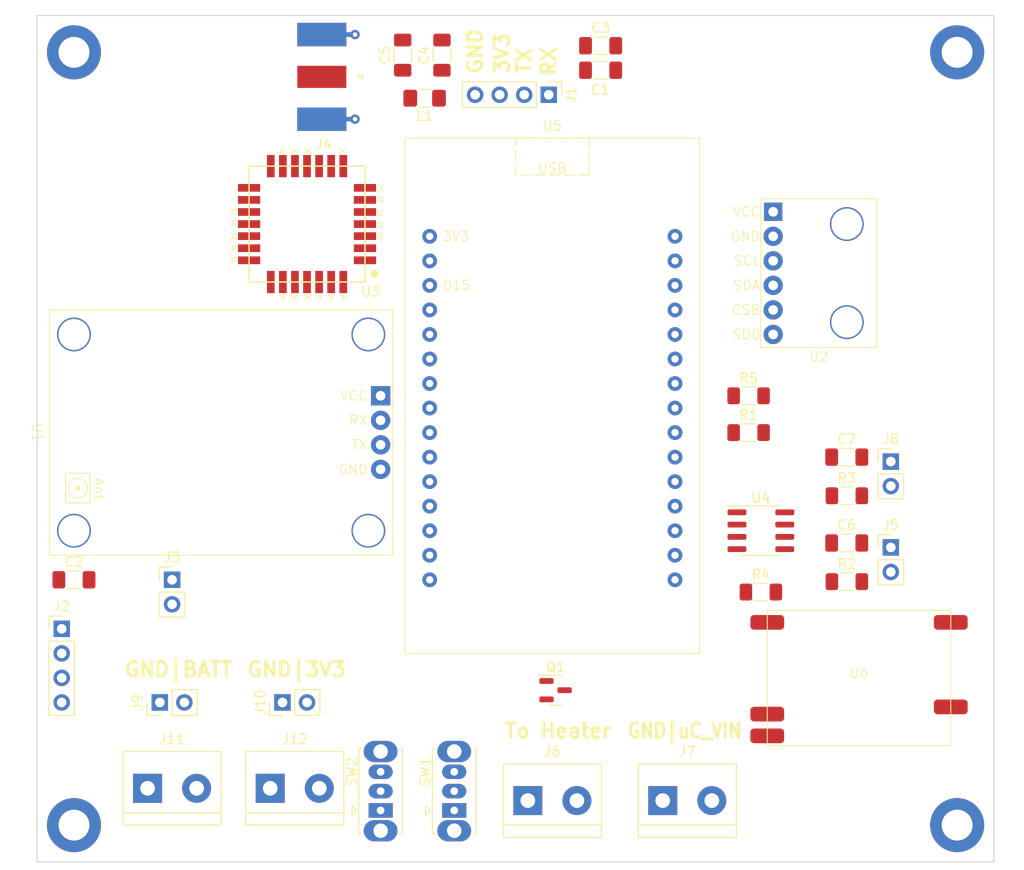
<source format=kicad_pcb>
(kicad_pcb (version 20221018) (generator pcbnew)
  (layers (0 "F.Cu" signal) (31 "B.Cu" signal) (34 "B.Paste" user) (35 "F.Paste" user) (36 "B.SilkS" user "B.Silkscreen") (37 "F.SilkS" user "F.Silkscreen") (38 "B.Mask" user) (39 "F.Mask" user) (44 "Edge.Cuts" user))
  (net 0 "")
  (net 1 "+3V3")
  (net 2 "GND")
  (net 3 "TEMP_SENSE_1")
  (net 4 "TEMP_SENSE_2")
  (net 5 "LORA_UART_MOSI")
  (net 6 "LORA_UART_MISO")
  (net 7 "DHT_DATA")
  (net 8 "MCU_VIN")
  (net 9 "+BATT")
  (net 10 "HEATER_EN")
  (net 11 "GPS_UART_MISO")
  (net 12 "GPS_UART_MOSI")
  (net 13 "TEMP_SENSE_ONBOARD")
  (net 14 "TEMP_V+")
  (net 15 "BATT_SENSE")
  (net 16 "RTF_SWITCH")
  (net 17 "Net-(U3-RFIO)")
  (net 18 "Net-(J4-In)")
  (net 20 "Net-(J6-Pin_1)")
  (net 21 "Net-(J11-Pin_2)")
  (net 41 "SDA")
  (net 48 "SCL")
  (footprint "Project-Supernova-Footprint-Lib:BMP280-Module" (layer "F.Cu") (at 166.37 72.39)
    (fp_text reference "U2" (at -0.35 8.66 unlocked) (layer "F.SilkS") (effects (font (thickness 0.1))))
    (fp_text value "BMP280-Module")
    (fp_text user "CSB" (at -6.35 3.81 unlocked) (layer "F.SilkS") (effects (font (thickness 0.1)) (justify right)))
    (fp_text user "SCL" (at -6.35 -1.27 unlocked) (layer "F.SilkS") (effects (font (thickness 0.1)) (justify right)))
    (fp_text user "SDA" (at -6.35 1.27 unlocked) (layer "F.SilkS") (effects (font (thickness 0.1)) (justify right)))
    (fp_text user "SD0" (at -6.35 6.35 unlocked) (layer "F.SilkS") (effects (font (thickness 0.1)) (justify right)))
    (fp_text user "VCC" (at -6.35 -6.35 unlocked) (layer "F.SilkS") (effects (font (thickness 0.1)) (justify right)))
    (fp_text user "GND" (at -6.35 -3.81 unlocked) (layer "F.SilkS") (effects (font (thickness 0.1)) (justify right)))
    (fp_rect (start -6.35 -7.7) (end 5.65 7.7) (stroke (width 0.1)) (fill none) (layer "F.SilkS"))
    (pad "" np_thru_hole circle (at 2.55 -5.08) (size 3.5 3.5) (drill 3.2) (layers "F&B.Cu" "*.Mask"))
    (pad "" np_thru_hole circle (at 2.55 5.08) (size 3.5 3.5) (drill 3.2) (layers "F&B.Cu" "*.Mask"))
    (pad "1" thru_hole rect (at -5.08 -6.35) (size 1.9 1.9) (drill 1) (layers "*.Cu" "*.Mask") (net 1 "+3V3"))
    (pad "2" thru_hole circle (at -5.08 -3.81) (size 2 2) (drill 1) (layers "*.Cu" "*.Mask") (net 2 "GND"))
    (pad "3" thru_hole circle (at -5.08 -1.27) (size 2 2) (drill 1) (layers "*.Cu" "*.Mask") (net 48 "SCL"))
    (pad "4" thru_hole circle (at -5.08 1.27) (size 2 2) (drill 1) (layers "*.Cu" "*.Mask") (net 41 "SDA"))
    (pad "5" thru_hole circle (at -5.08 3.81) (size 2 2) (drill 1) (layers "*.Cu" "*.Mask"))
    (pad "6" thru_hole circle (at -5.08 6.35) (size 2 2) (drill 1) (layers "*.Cu" "*.Mask"))
  )
  (footprint "Resistor_SMD:R_1206_3216Metric_Pad1.30x1.75mm_HandSolder" (layer "F.Cu") (at 168.9225 104.33)
    (fp_text reference "R2" (at 0 -1.82) (layer "F.SilkS"))
    (fp_text value "4.7k")
    (fp_line (start -0.727064 -0.91) (end 0.727064 -0.91) (stroke (width 0.12)) (layer "F.SilkS"))
    (fp_line (start -0.727064 0.91) (end 0.727064 0.91) (stroke (width 0.12)) (layer "F.SilkS"))
    (pad "1" smd roundrect (at -1.55 0) (size 1.3 1.75) (layers "F.Cu" "F.Paste" "F.Mask") (roundrect_rratio 0.192308) (net 14 "TEMP_V+"))
    (pad "2" smd roundrect (at 1.55 0) (size 1.3 1.75) (layers "F.Cu" "F.Paste" "F.Mask") (roundrect_rratio 0.192308) (net 3 "TEMP_SENSE_1"))
  )
  (footprint "Connector_PinHeader_2.54mm:PinHeader_1x02_P2.54mm_Vertical" (layer "F.Cu") (at 173.4725 91.9)
    (fp_text reference "J8" (at 0 -2.33) (layer "F.SilkS"))
    (fp_text value "100k_Thermistor")
    (fp_line (start -1.33 -1.33) (end 0 -1.33) (stroke (width 0.12)) (layer "F.SilkS"))
    (fp_line (start -1.33 0) (end -1.33 -1.33) (stroke (width 0.12)) (layer "F.SilkS"))
    (fp_line (start -1.33 1.27) (end -1.33 3.87) (stroke (width 0.12)) (layer "F.SilkS"))
    (fp_line (start -1.33 1.27) (end 1.33 1.27) (stroke (width 0.12)) (layer "F.SilkS"))
    (fp_line (start -1.33 3.87) (end 1.33 3.87) (stroke (width 0.12)) (layer "F.SilkS"))
    (fp_line (start 1.33 1.27) (end 1.33 3.87) (stroke (width 0.12)) (layer "F.SilkS"))
    (pad "1" thru_hole rect (at 0 0) (size 1.7 1.7) (drill 1) (layers "*.Cu" "*.Mask") (net 2 "GND"))
    (pad "2" thru_hole oval (at 0 2.54) (size 1.7 1.7) (drill 1) (layers "*.Cu" "*.Mask") (net 4 "TEMP_SENSE_2"))
  )
  (footprint "Package_TO_SOT_SMD:SOT-23" (layer "F.Cu") (at 138.7625 115.57)
    (fp_text reference "Q1" (at 0 -2.4) (layer "F.SilkS"))
    (fp_text value "AO3420")
    (fp_line (start 0 -1.56) (end -1.675 -1.56) (stroke (width 0.12)) (layer "F.SilkS"))
    (fp_line (start 0 -1.56) (end 0.65 -1.56) (stroke (width 0.12)) (layer "F.SilkS"))
    (fp_line (start 0 1.56) (end -0.65 1.56) (stroke (width 0.12)) (layer "F.SilkS"))
    (fp_line (start 0 1.56) (end 0.65 1.56) (stroke (width 0.12)) (layer "F.SilkS"))
    (pad "1" smd roundrect (at -0.9375 -0.95) (size 1.475 0.6) (layers "F.Cu" "F.Paste" "F.Mask") (net 10 "HEATER_EN"))
    (pad "2" smd roundrect (at -0.9375 0.95) (size 1.475 0.6) (layers "F.Cu" "F.Paste" "F.Mask") (net 2 "GND"))
    (pad "3" smd roundrect (at 0.9375 0) (size 1.475 0.6) (layers "F.Cu" "F.Paste" "F.Mask") (net 20 "Net-(J6-Pin_1)"))
  )
  (footprint "Button_Switch_THT:SW_Slide_1P2T_CK_OS102011MS2Q" (layer "F.Cu") (at 120.65 128.02 90)
    (fp_text reference "SW2" (at 3.99 -2.99 90) (layer "F.SilkS"))
    (fp_text value "SW_SPDT")
    (fp_line (start -2.41 -2.26) (end 6.41 -2.26) (stroke (width 0.12)) (layer "F.SilkS"))
    (fp_line (start -2.41 -1.95) (end -2.41 -2.26) (stroke (width 0.12)) (layer "F.SilkS"))
    (fp_line (start -2.41 2.26) (end -2.41 1.95) (stroke (width 0.12)) (layer "F.SilkS"))
    (fp_line (start -0.5 -2.96) (end 0 -2.46) (stroke (width 0.12)) (layer "F.SilkS"))
    (fp_line (start 0 -2.46) (end 0.5 -2.96) (stroke (width 0.12)) (layer "F.SilkS"))
    (fp_line (start 0.5 -2.96) (end -0.5 -2.96) (stroke (width 0.12)) (layer "F.SilkS"))
    (fp_line (start 6.41 -2.26) (end 6.41 -1.95) (stroke (width 0.12)) (layer "F.SilkS"))
    (fp_line (start 6.41 2.26) (end -2.41 2.26) (stroke (width 0.12)) (layer "F.SilkS"))
    (fp_line (start 6.41 2.26) (end 6.41 1.95) (stroke (width 0.12)) (layer "F.SilkS"))
    (pad "" thru_hole oval (at -2.1 0 90) (size 2.2 3.5) (drill 1.5) (layers "*.Cu" "*.Mask"))
    (pad "" thru_hole oval (at 6.1 0 90) (size 2.2 3.5) (drill 1.5) (layers "*.Cu" "*.Mask"))
    (pad "1" thru_hole rect (at 0 0 90) (size 1.5 2.5) (drill 0.8) (layers "*.Cu" "*.Mask"))
    (pad "2" thru_hole oval (at 2 0 90) (size 1.5 2.5) (drill 0.8) (layers "*.Cu" "*.Mask") (net 21 "Net-(J11-Pin_2)"))
    (pad "3" thru_hole oval (at 4 0 90) (size 1.5 2.5) (drill 0.8) (layers "*.Cu" "*.Mask") (net 9 "+BATT"))
  )
  (footprint "Resistor_SMD:R_1206_3216Metric_Pad1.30x1.75mm_HandSolder" (layer "F.Cu") (at 168.9225 95.44)
    (fp_text reference "R3" (at 0 -1.82) (layer "F.SilkS"))
    (fp_text value "4.7k")
    (fp_line (start -0.727064 -0.91) (end 0.727064 -0.91) (stroke (width 0.12)) (layer "F.SilkS"))
    (fp_line (start -0.727064 0.91) (end 0.727064 0.91) (stroke (width 0.12)) (layer "F.SilkS"))
    (pad "1" smd roundrect (at -1.55 0) (size 1.3 1.75) (layers "F.Cu" "F.Paste" "F.Mask") (roundrect_rratio 0.192308) (net 14 "TEMP_V+"))
    (pad "2" smd roundrect (at 1.55 0) (size 1.3 1.75) (layers "F.Cu" "F.Paste" "F.Mask") (roundrect_rratio 0.192308) (net 4 "TEMP_SENSE_2"))
  )
  (footprint "Inductor_SMD:L_1206_3216Metric_Pad1.42x1.75mm_HandSolder" (layer "F.Cu") (at 125.206 54.282 180)
    (fp_text reference "L1" (at 0 -1.82) (layer "F.SilkS"))
    (fp_text value "0")
    (fp_line (start -0.602064 -0.91) (end 0.602064 -0.91) (stroke (width 0.12)) (layer "F.SilkS"))
    (fp_line (start -0.602064 0.91) (end 0.602064 0.91) (stroke (width 0.12)) (layer "F.SilkS"))
    (pad "1" smd roundrect (at -1.4875 0 180) (size 1.425 1.75) (layers "F.Cu" "F.Paste" "F.Mask") (roundrect_rratio 0.175439) (net 17 "Net-(U3-RFIO)"))
    (pad "2" smd roundrect (at 1.4875 0 180) (size 1.425 1.75) (layers "F.Cu" "F.Paste" "F.Mask") (roundrect_rratio 0.175439) (net 18 "Net-(J4-In)"))
  )
  (footprint "Connector_PinHeader_2.54mm:PinHeader_1x02_P2.54mm_Vertical" (layer "F.Cu") (at 173.4725 100.79)
    (fp_text reference "J5" (at 0 -2.33) (layer "F.SilkS"))
    (fp_text value "100k_Thermistor")
    (fp_line (start -1.33 -1.33) (end 0 -1.33) (stroke (width 0.12)) (layer "F.SilkS"))
    (fp_line (start -1.33 0) (end -1.33 -1.33) (stroke (width 0.12)) (layer "F.SilkS"))
    (fp_line (start -1.33 1.27) (end -1.33 3.87) (stroke (width 0.12)) (layer "F.SilkS"))
    (fp_line (start -1.33 1.27) (end 1.33 1.27) (stroke (width 0.12)) (layer "F.SilkS"))
    (fp_line (start -1.33 3.87) (end 1.33 3.87) (stroke (width 0.12)) (layer "F.SilkS"))
    (fp_line (start 1.33 1.27) (end 1.33 3.87) (stroke (width 0.12)) (layer "F.SilkS"))
    (pad "1" thru_hole rect (at 0 0) (size 1.7 1.7) (drill 1) (layers "*.Cu" "*.Mask") (net 2 "GND"))
    (pad "2" thru_hole oval (at 0 2.54) (size 1.7 1.7) (drill 1) (layers "*.Cu" "*.Mask") (net 3 "TEMP_SENSE_1"))
  )
  (footprint "Resistor_SMD:R_1206_3216Metric_Pad1.30x1.75mm_HandSolder" (layer "F.Cu") (at 160.02 105.41)
    (fp_text reference "R4" (at 0 -1.82) (layer "F.SilkS"))
    (fp_text value "10k")
    (fp_line (start -0.727064 -0.91) (end 0.727064 -0.91) (stroke (width 0.12)) (layer "F.SilkS"))
    (fp_line (start -0.727064 0.91) (end 0.727064 0.91) (stroke (width 0.12)) (layer "F.SilkS"))
    (pad "1" smd roundrect (at -1.55 0) (size 1.3 1.75) (layers "F.Cu" "F.Paste" "F.Mask") (roundrect_rratio 0.192308) (net 9 "+BATT"))
    (pad "2" smd roundrect (at 1.55 0) (size 1.3 1.75) (layers "F.Cu" "F.Paste" "F.Mask") (roundrect_rratio 0.192308) (net 15 "BATT_SENSE"))
  )
  (footprint "TerminalBlock:TerminalBlock_bornier-2_P5.08mm" (layer "F.Cu") (at 149.86 127)
    (fp_text reference "J7" (at 2.54 -5.08) (layer "F.SilkS"))
    (fp_text value "Screw_Terminal_01x02")
    (fp_line (start -2.54 -3.81) (end -2.54 3.81) (stroke (width 0.12)) (layer "F.SilkS"))
    (fp_line (start -2.54 3.81) (end 7.62 3.81) (stroke (width 0.12)) (layer "F.SilkS"))
    (fp_line (start 7.62 -3.81) (end -2.54 -3.81) (stroke (width 0.12)) (layer "F.SilkS"))
    (fp_line (start 7.62 2.54) (end -2.54 2.54) (stroke (width 0.12)) (layer "F.SilkS"))
    (fp_line (start 7.62 3.81) (end 7.62 -3.81) (stroke (width 0.12)) (layer "F.SilkS"))
    (pad "1" thru_hole rect (at 0 0) (size 3 3) (drill 1.52) (layers "*.Cu" "*.Mask") (net 2 "GND"))
    (pad "2" thru_hole circle (at 5.08 0) (size 3 3) (drill 1.52) (layers "*.Cu" "*.Mask") (net 8 "MCU_VIN"))
  )
  (footprint "Capacitor_SMD:C_1206_3216Metric_Pad1.33x1.80mm_HandSolder" (layer "F.Cu") (at 143.4265 48.845)
    (fp_text reference "C3" (at 0 -1.85) (layer "F.SilkS"))
    (fp_text value "4.7u")
    (fp_line (start -0.711252 -0.91) (end 0.711252 -0.91) (stroke (width 0.12)) (layer "F.SilkS"))
    (fp_line (start -0.711252 0.91) (end 0.711252 0.91) (stroke (width 0.12)) (layer "F.SilkS"))
    (pad "1" smd roundrect (at -1.5625 0) (size 1.325 1.8) (layers "F.Cu" "F.Paste" "F.Mask") (roundrect_rratio 0.188679) (net 1 "+3V3"))
    (pad "2" smd roundrect (at 1.5625 0) (size 1.325 1.8) (layers "F.Cu" "F.Paste" "F.Mask") (roundrect_rratio 0.188679) (net 2 "GND"))
  )
  (footprint "Capacitor_SMD:C_1206_3216Metric_Pad1.33x1.80mm_HandSolder" (layer "F.Cu") (at 168.91 91.44)
    (fp_text reference "C7" (at 0 -1.85) (layer "F.SilkS"))
    (fp_text value "10u")
    (fp_line (start -0.711252 -0.91) (end 0.711252 -0.91) (stroke (width 0.12)) (layer "F.SilkS"))
    (fp_line (start -0.711252 0.91) (end 0.711252 0.91) (stroke (width 0.12)) (layer "F.SilkS"))
    (pad "1" smd roundrect (at -1.5625 0) (size 1.325 1.8) (layers "F.Cu" "F.Paste" "F.Mask") (roundrect_rratio 0.188679) (net 4 "TEMP_SENSE_2"))
    (pad "2" smd roundrect (at 1.5625 0) (size 1.325 1.8) (layers "F.Cu" "F.Paste" "F.Mask") (roundrect_rratio 0.188679) (net 2 "GND"))
  )
  (footprint "Capacitor_SMD:C_1206_3216Metric_Pad1.33x1.80mm_HandSolder" (layer "F.Cu") (at 143.4265 51.385)
    (fp_text reference "C1" (at -0.0385 2.032) (layer "F.SilkS"))
    (fp_text value "100u")
    (fp_line (start -0.711252 -0.91) (end 0.711252 -0.91) (stroke (width 0.12)) (layer "F.SilkS"))
    (fp_line (start -0.711252 0.91) (end 0.711252 0.91) (stroke (width 0.12)) (layer "F.SilkS"))
    (pad "1" smd roundrect (at -1.5625 0) (size 1.325 1.8) (layers "F.Cu" "F.Paste" "F.Mask") (roundrect_rratio 0.188679) (net 1 "+3V3"))
    (pad "2" smd roundrect (at 1.5625 0) (size 1.325 1.8) (layers "F.Cu" "F.Paste" "F.Mask") (roundrect_rratio 0.188679) (net 2 "GND"))
  )
  (footprint "Connector_PinHeader_2.54mm:PinHeader_1x02_P2.54mm_Vertical" (layer "F.Cu") (at 99.06 104.14)
    (fp_text reference "J3" (at 0 -2.33) (layer "F.SilkS"))
    (fp_text value "Conn_01x02")
    (fp_line (start -1.33 -1.33) (end 0 -1.33) (stroke (width 0.12)) (layer "F.SilkS"))
    (fp_line (start -1.33 0) (end -1.33 -1.33) (stroke (width 0.12)) (layer "F.SilkS"))
    (fp_line (start -1.33 1.27) (end -1.33 3.87) (stroke (width 0.12)) (layer "F.SilkS"))
    (fp_line (start -1.33 1.27) (end 1.33 1.27) (stroke (width 0.12)) (layer "F.SilkS"))
    (fp_line (start -1.33 3.87) (end 1.33 3.87) (stroke (width 0.12)) (layer "F.SilkS"))
    (fp_line (start 1.33 1.27) (end 1.33 3.87) (stroke (width 0.12)) (layer "F.SilkS"))
    (pad "1" thru_hole rect (at 0 0) (size 1.7 1.7) (drill 1) (layers "*.Cu" "*.Mask") (net 11 "GPS_UART_MISO"))
    (pad "2" thru_hole oval (at 0 2.54) (size 1.7 1.7) (drill 1) (layers "*.Cu" "*.Mask") (net 12 "GPS_UART_MOSI"))
  )
  (footprint "MountingHole:MountingHole_3.2mm_M3_DIN965_Pad" (layer "F.Cu") (at 88.9 129.54)
    (fp_text reference "H4" hide)
    (fp_text value "MountingHole_Pad")
    (pad "1" thru_hole circle (at 0 0) (size 5.6 5.6) (drill 3.2) (layers "*.Cu" "*.Mask") (net 2 "GND"))
  )
  (footprint "MountingHole:MountingHole_3.2mm_M3_DIN965_Pad" (layer "F.Cu") (at 180.34 129.54)
    (fp_text reference "H3" hide)
    (fp_text value "MountingHole_Pad")
    (pad "1" thru_hole circle (at 0 0) (size 5.6 5.6) (drill 3.2) (layers "*.Cu" "*.Mask") (net 2 "GND"))
  )
  (footprint "Connector_PinHeader_2.54mm:PinHeader_1x04_P2.54mm_Vertical" (layer "F.Cu") (at 138.054 53.925 -90)
    (fp_text reference "J1" (at 0 -2.33 90) (layer "F.SilkS"))
    (fp_text value "Conn_01x04")
    (fp_line (start -1.33 -1.33) (end 0 -1.33) (stroke (width 0.12)) (layer "F.SilkS"))
    (fp_line (start -1.33 0) (end -1.33 -1.33) (stroke (width 0.12)) (layer "F.SilkS"))
    (fp_line (start -1.33 1.27) (end -1.33 8.95) (stroke (width 0.12)) (layer "F.SilkS"))
    (fp_line (start -1.33 1.27) (end 1.33 1.27) (stroke (width 0.12)) (layer "F.SilkS"))
    (fp_line (start -1.33 8.95) (end 1.33 8.95) (stroke (width 0.12)) (layer "F.SilkS"))
    (fp_line (start 1.33 1.27) (end 1.33 8.95) (stroke (width 0.12)) (layer "F.SilkS"))
    (pad "1" thru_hole rect (at 0 0 270) (size 1.7 1.7) (drill 1) (layers "*.Cu" "*.Mask") (net 5 "LORA_UART_MOSI"))
    (pad "2" thru_hole oval (at 0 2.54 270) (size 1.7 1.7) (drill 1) (layers "*.Cu" "*.Mask") (net 6 "LORA_UART_MISO"))
    (pad "3" thru_hole oval (at 0 5.08 270) (size 1.7 1.7) (drill 1) (layers "*.Cu" "*.Mask") (net 1 "+3V3"))
    (pad "4" thru_hole oval (at 0 7.62 270) (size 1.7 1.7) (drill 1) (layers "*.Cu" "*.Mask") (net 2 "GND"))
  )
  (footprint "Button_Switch_THT:SW_Slide_1P2T_CK_OS102011MS2Q" (layer "F.Cu") (at 128.27 128.02 90)
    (fp_text reference "SW1" (at 3.99 -2.99 90) (layer "F.SilkS"))
    (fp_text value "SW_SPDT")
    (fp_line (start -2.41 -2.26) (end 6.41 -2.26) (stroke (width 0.12)) (layer "F.SilkS"))
    (fp_line (start -2.41 -1.95) (end -2.41 -2.26) (stroke (width 0.12)) (layer "F.SilkS"))
    (fp_line (start -2.41 2.26) (end -2.41 1.95) (stroke (width 0.12)) (layer "F.SilkS"))
    (fp_line (start -0.5 -2.96) (end 0 -2.46) (stroke (width 0.12)) (layer "F.SilkS"))
    (fp_line (start 0 -2.46) (end 0.5 -2.96) (stroke (width 0.12)) (layer "F.SilkS"))
    (fp_line (start 0.5 -2.96) (end -0.5 -2.96) (stroke (width 0.12)) (layer "F.SilkS"))
    (fp_line (start 6.41 -2.26) (end 6.41 -1.95) (stroke (width 0.12)) (layer "F.SilkS"))
    (fp_line (start 6.41 2.26) (end -2.41 2.26) (stroke (width 0.12)) (layer "F.SilkS"))
    (fp_line (start 6.41 2.26) (end 6.41 1.95) (stroke (width 0.12)) (layer "F.SilkS"))
    (pad "" thru_hole oval (at -2.1 0 90) (size 2.2 3.5) (drill 1.5) (layers "*.Cu" "*.Mask"))
    (pad "" thru_hole oval (at 6.1 0 90) (size 2.2 3.5) (drill 1.5) (layers "*.Cu" "*.Mask"))
    (pad "1" thru_hole rect (at 0 0 90) (size 1.5 2.5) (drill 0.8) (layers "*.Cu" "*.Mask") (net 2 "GND"))
    (pad "2" thru_hole oval (at 2 0 90) (size 1.5 2.5) (drill 0.8) (layers "*.Cu" "*.Mask") (net 16 "RTF_SWITCH"))
    (pad "3" thru_hole oval (at 4 0 90) (size 1.5 2.5) (drill 0.8) (layers "*.Cu" "*.Mask") (net 1 "+3V3"))
  )
  (footprint "Project-Supernova-Footprint-Lib:ESP32-Module-30Pin" (layer "F.Cu") (at 138.43 86.36)
    (fp_text reference "U5" (at 0 -29.21 unlocked) (layer "F.SilkS") (effects (font (thickness 0.1))))
    (fp_text value "ESP32-Module-30Pin")
    (fp_text user "USB" (at 0 -25.4 unlocked) (layer "F.SilkS") (effects (font (thickness 0.1)) (justify top)))
    (fp_text user "D15" (at -11.43 -12.7 unlocked) (layer "F.SilkS") (effects (font (thickness 0.1)) (justify left)))
    (fp_text user "3V3" (at -11.43 -17.78 unlocked) (layer "F.SilkS") (effects (font (thickness 0.1)) (justify left)))
    (fp_rect (start -3.81 -27.94) (end 3.81 -24.13) (stroke (width 0.1) (type dash)) (fill none) (layer "F.SilkS"))
    (fp_rect (start 15.24 25.4) (end -15.24 -27.94) (stroke (width 0.1)) (fill none) (layer "F.SilkS"))
    (pad "1" thru_hole circle (at -12.7 -17.78) (size 1.524 1.524) (drill 0.762) (layers "*.Cu" "*.Mask") (net 1 "+3V3"))
    (pad "2" thru_hole circle (at -12.7 -15.24) (size 1.524 1.524) (drill 0.762) (layers "*.Cu" "*.Mask") (net 2 "GND"))
    (pad "3" thru_hole circle (at -12.7 -12.7) (size 1.524 1.524) (drill 0.762) (layers "*.Cu" "*.Mask"))
    (pad "4" thru_hole circle (at -12.7 -10.16) (size 1.524 1.524) (drill 0.762) (layers "*.Cu" "*.Mask") (net 12 "GPS_UART_MOSI"))
    (pad "5" thru_hole circle (at -12.7 -7.62) (size 1.524 1.524) (drill 0.762) (layers "*.Cu" "*.Mask") (net 12 "GPS_UART_MOSI"))
    (pad "6" thru_hole circle (at -12.7 -5.08) (size 1.524 1.524) (drill 0.762) (layers "*.Cu" "*.Mask") (net 6 "LORA_UART_MISO"))
    (pad "7" thru_hole circle (at -12.7 -2.54) (size 1.524 1.524) (drill 0.762) (layers "*.Cu" "*.Mask") (net 5 "LORA_UART_MOSI"))
    (pad "8" thru_hole circle (at -12.7 0) (size 1.524 1.524) (drill 0.762) (layers "*.Cu" "*.Mask"))
    (pad "9" thru_hole circle (at -12.7 2.54) (size 1.524 1.524) (drill 0.762) (layers "*.Cu" "*.Mask") (net 16 "RTF_SWITCH"))
    (pad "10" thru_hole circle (at -12.7 5.08) (size 1.524 1.524) (drill 0.762) (layers "*.Cu" "*.Mask"))
    (pad "11" thru_hole circle (at -12.7 7.62) (size 1.524 1.524) (drill 0.762) (layers "*.Cu" "*.Mask") (net 41 "SDA"))
    (pad "12" thru_hole circle (at -12.7 10.16) (size 1.524 1.524) (drill 0.762) (layers "*.Cu" "*.Mask"))
    (pad "13" thru_hole circle (at -12.7 12.7) (size 1.524 1.524) (drill 0.762) (layers "*.Cu" "*.Mask"))
    (pad "14" thru_hole circle (at -12.7 15.24) (size 1.524 1.524) (drill 0.762) (layers "*.Cu" "*.Mask") (net 48 "SCL"))
    (pad "15" thru_hole circle (at -12.7 17.78) (size 1.524 1.524) (drill 0.762) (layers "*.Cu" "*.Mask"))
    (pad "16" thru_hole circle (at 12.7 17.78) (size 1.524 1.524) (drill 0.762) (layers "*.Cu" "*.Mask"))
    (pad "17" thru_hole circle (at 12.7 15.24) (size 1.524 1.524) (drill 0.762) (layers "*.Cu" "*.Mask"))
    (pad "18" thru_hole circle (at 12.7 12.7) (size 1.524 1.524) (drill 0.762) (layers "*.Cu" "*.Mask"))
    (pad "19" thru_hole circle (at 12.7 10.16) (size 1.524 1.524) (drill 0.762) (layers "*.Cu" "*.Mask") (net 13 "TEMP_SENSE_ONBOARD"))
    (pad "20" thru_hole circle (at 12.7 7.62) (size 1.524 1.524) (drill 0.762) (layers "*.Cu" "*.Mask") (net 14 "TEMP_V+"))
    (pad "21" thru_hole circle (at 12.7 5.08) (size 1.524 1.524) (drill 0.762) (layers "*.Cu" "*.Mask") (net 4 "TEMP_SENSE_2"))
    (pad "22" thru_hole circle (at 12.7 2.54) (size 1.524 1.524) (drill 0.762) (layers "*.Cu" "*.Mask") (net 3 "TEMP_SENSE_1"))
    (pad "23" thru_hole circle (at 12.7 0) (size 1.524 1.524) (drill 0.762) (layers "*.Cu" "*.Mask"))
    (pad "24" thru_hole circle (at 12.7 -2.54) (size 1.524 1.524) (drill 0.762) (layers "*.Cu" "*.Mask"))
    (pad "25" thru_hole circle (at 12.7 -5.08) (size 1.524 1.524) (drill 0.762) (layers "*.Cu" "*.Mask") (net 15 "BATT_SENSE"))
    (pad "26" thru_hole circle (at 12.7 -7.62) (size 1.524 1.524) (drill 0.762) (layers "*.Cu" "*.Mask") (net 10 "HEATER_EN"))
    (pad "27" thru_hole circle (at 12.7 -10.16) (size 1.524 1.524) (drill 0.762) (layers "*.Cu" "*.Mask") (net 7 "DHT_DATA"))
    (pad "28" thru_hole circle (at 12.7 -12.7) (size 1.524 1.524) (drill 0.762) (layers "*.Cu" "*.Mask"))
    (pad "29" thru_hole circle (at 12.7 -15.24) (size 1.524 1.524) (drill 0.762) (layers "*.Cu" "*.Mask") (net 2 "GND"))
    (pad "30" thru_hole circle (at 12.7 -17.78) (size 1.524 1.524) (drill 0.762) (layers "*.Cu" "*.Mask") (net 8 "MCU_VIN"))
  )
  (footprint "Resistor_SMD:R_1206_3216Metric_Pad1.30x1.75mm_HandSolder" (layer "F.Cu") (at 158.75 88.9)
    (fp_text reference "R1" (at 0 -1.82) (layer "F.SilkS"))
    (fp_text value "4.7k")
    (fp_line (start -0.727064 -0.91) (end 0.727064 -0.91) (stroke (width 0.12)) (layer "F.SilkS"))
    (fp_line (start -0.727064 0.91) (end 0.727064 0.91) (stroke (width 0.12)) (layer "F.SilkS"))
    (pad "1" smd roundrect (at -1.55 0) (size 1.3 1.75) (layers "F.Cu" "F.Paste" "F.Mask") (roundrect_rratio 0.192308) (net 1 "+3V3"))
    (pad "2" smd roundrect (at 1.55 0) (size 1.3 1.75) (layers "F.Cu" "F.Paste" "F.Mask") (roundrect_rratio 0.192308) (net 13 "TEMP_SENSE_ONBOARD"))
  )
  (footprint "Connector_Coaxial:SMA_Molex_73251-1153_EdgeMount_Horizontal" (layer "F.Cu") (at 116.28 52.07)
    (fp_text reference "J4" (at -1.5 7) (layer "F.SilkS"))
    (fp_text value "Conn_Coaxial")
    (fp_line (start 2 0) (end 2.5 -0.25) (stroke (width 0.12)) (layer "F.SilkS"))
    (fp_line (start 2.5 -0.25) (end 2.5 0.25) (stroke (width 0.12)) (layer "F.SilkS"))
    (fp_line (start 2.5 0.25) (end 2 0) (stroke (width 0.12)) (layer "F.SilkS"))
    (pad "1" smd rect (at -1.72 0) (size 5.08 2.29) (layers "F.Cu" "F.Paste" "F.Mask") (net 18 "Net-(J4-In)"))
    (pad "2" smd rect (at -1.72 -4.38) (size 5.08 2.42) (layers "F.Cu" "F.Paste" "F.Mask") (net 2 "GND"))
    (pad "2" smd rect (at -1.72 -4.38) (size 5.08 2.42) (layers "B.Cu" "B.Paste" "B.Mask") (net 2 "GND"))
    (pad "2" smd rect (at -1.72 4.38) (size 5.08 2.42) (layers "F.Cu" "F.Paste" "F.Mask") (net 2 "GND"))
    (pad "2" smd rect (at -1.72 4.38) (size 5.08 2.42) (layers "B.Cu" "B.Paste" "B.Mask") (net 2 "GND"))
    (pad "2" smd rect (at 1.27 -4.38) (size 0.95 0.46) (layers "F.Cu") (net 2 "GND"))
    (pad "2" smd rect (at 1.27 -4.38) (size 0.95 0.46) (layers "B.Cu") (net 2 "GND"))
    (pad "2" smd rect (at 1.27 4.38) (size 0.95 0.46) (layers "F.Cu") (net 2 "GND"))
    (pad "2" smd rect (at 1.27 4.38) (size 0.95 0.46) (layers "B.Cu") (net 2 "GND"))
    (pad "2" thru_hole circle (at 1.72 -4.38) (size 0.97 0.97) (drill 0.46) (layers "*.Cu") (net 2 "GND"))
    (pad "2" thru_hole circle (at 1.72 4.38) (size 0.97 0.97) (drill 0.46) (layers "*.Cu") (net 2 "GND"))
  )
  (footprint "Capacitor_SMD:C_1206_3216Metric_Pad1.33x1.80mm_HandSolder" (layer "F.Cu") (at 168.91 100.33)
    (fp_text reference "C6" (at 0 -1.85) (layer "F.SilkS"))
    (fp_text value "10u")
    (fp_line (start -0.711252 -0.91) (end 0.711252 -0.91) (stroke (width 0.12)) (layer "F.SilkS"))
    (fp_line (start -0.711252 0.91) (end 0.711252 0.91) (stroke (width 0.12)) (layer "F.SilkS"))
    (pad "1" smd roundrect (at -1.5625 0) (size 1.325 1.8) (layers "F.Cu" "F.Paste" "F.Mask") (roundrect_rratio 0.188679) (net 3 "TEMP_SENSE_1"))
    (pad "2" smd roundrect (at 1.5625 0) (size 1.325 1.8) (layers "F.Cu" "F.Paste" "F.Mask") (roundrect_rratio 0.188679) (net 2 "GND"))
  )
  (footprint "Project-Supernova-Footprint-Lib:GY-NEO6MV2-Module" (layer "F.Cu") (at 104.14 88.9 -90)
    (fp_text reference "U1" (at 0 19.05 -90 unlocked) (layer "F.SilkS") (effects (font (thickness 0.1))))
    (fp_text value "GY-NEO6MV2-Module")
    (fp_text user "Ant" (at 4.572 13.208 -90 unlocked) (layer "F.SilkS") (effects (font (thickness 0.1)) (justify left bottom)))
    (fp_text user "RX" (at -1.27 -15.24 unlocked) (layer "F.SilkS") (effects (font (thickness 0.1)) (justify right)))
    (fp_text user "GND" (at 3.81 -15.24 unlocked) (layer "F.SilkS") (effects (font (thickness 0.1)) (justify right)))
    (fp_text user "VCC" (at -3.81 -15.24 unlocked) (layer "F.SilkS") (effects (font (thickness 0.1)) (justify right)))
    (fp_text user "TX" (at 1.27 -15.24 unlocked) (layer "F.SilkS") (effects (font (thickness 0.1)) (justify right)))
    (fp_rect (start -12.7 -17.78) (end 12.7 17.78) (stroke (width 0.1)) (fill none) (layer "F.SilkS"))
    (fp_rect (start 4.21 13.57) (end 7.29 16.11) (stroke (width 0.1)) (fill none) (layer "F.SilkS"))
    (fp_circle (center 5.75 14.84) (end 5.95 14.84) (stroke (width 0.1)) (fill solid) (layer "F.SilkS"))
    (fp_circle (center 5.75 14.84) (end 6.75 14.84) (stroke (width 0.1)) (fill none) (layer "F.SilkS"))
    (pad "" np_thru_hole circle (at -10.16 -15.24 270) (size 3.5 3.5) (drill 3.2) (layers "F&B.Cu" "*.Mask"))
    (pad "" np_thru_hole circle (at -10.16 15.24 270) (size 3.5 3.5) (drill 3.2) (layers "F&B.Cu" "*.Mask"))
    (pad "" np_thru_hole circle (at 10.16 -15.24 270) (size 3.5 3.5) (drill 3.2) (layers "F&B.Cu" "*.Mask"))
    (pad "" np_thru_hole circle (at 10.16 15.24 270) (size 3.5 3.5) (drill 3.2) (layers "F&B.Cu" "*.Mask"))
    (pad "1" thru_hole rect (at -3.81 -16.51 270) (size 2 2) (drill 1) (layers "*.Cu" "*.Mask") (net 1 "+3V3"))
    (pad "2" thru_hole circle (at -1.27 -16.51 270) (size 2 2) (drill 1) (layers "*.Cu" "*.Mask") (net 12 "GPS_UART_MOSI"))
    (pad "3" thru_hole circle (at 1.27 -16.51 270) (size 2 2) (drill 1) (layers "*.Cu" "*.Mask") (net 11 "GPS_UART_MISO"))
    (pad "4" thru_hole circle (at 3.81 -16.51 270) (size 2 2) (drill 1) (layers "*.Cu" "*.Mask") (net 2 "GND"))
  )
  (footprint "MountingHole:MountingHole_3.2mm_M3_DIN965_Pad" (layer "F.Cu") (at 180.34 49.53)
    (fp_text reference "H1" hide)
    (fp_text value "MountingHole_Pad")
    (pad "1" thru_hole circle (at 0 0) (size 5.6 5.6) (drill 3.2) (layers "*.Cu" "*.Mask") (net 2 "GND"))
  )
  (footprint "Capacitor_SMD:C_1206_3216Metric_Pad1.33x1.80mm_HandSolder" (layer "F.Cu") (at 122.936 49.8225 90)
    (fp_text reference "C5" (at 0 -1.85 90) (layer "F.SilkS"))
    (fp_text value "NC")
    (fp_line (start -0.711252 -0.91) (end 0.711252 -0.91) (stroke (width 0.12)) (layer "F.SilkS"))
    (fp_line (start -0.711252 0.91) (end 0.711252 0.91) (stroke (width 0.12)) (layer "F.SilkS"))
    (pad "1" smd roundrect (at -1.5625 0 90) (size 1.325 1.8) (layers "F.Cu" "F.Paste" "F.Mask") (roundrect_rratio 0.188679) (net 18 "Net-(J4-In)"))
    (pad "2" smd roundrect (at 1.5625 0 90) (size 1.325 1.8) (layers "F.Cu" "F.Paste" "F.Mask") (roundrect_rratio 0.188679) (net 2 "GND"))
  )
  (footprint "Resistor_SMD:R_1206_3216Metric_Pad1.30x1.75mm_HandSolder" (layer "F.Cu") (at 158.75 85.09)
    (fp_text reference "R5" (at 0 -1.82) (layer "F.SilkS"))
    (fp_text value "4.7k")
    (fp_line (start -0.727064 -0.91) (end 0.727064 -0.91) (stroke (width 0.12)) (layer "F.SilkS"))
    (fp_line (start -0.727064 0.91) (end 0.727064 0.91) (stroke (width 0.12)) (layer "F.SilkS"))
    (pad "1" smd roundrect (at -1.55 0) (size 1.3 1.75) (layers "F.Cu" "F.Paste" "F.Mask") (roundrect_rratio 0.192308) (net 15 "BATT_SENSE"))
    (pad "2" smd roundrect (at 1.55 0) (size 1.3 1.75) (layers "F.Cu" "F.Paste" "F.Mask") (roundrect_rratio 0.192308) (net 2 "GND"))
  )
  (footprint "Connector_PinHeader_2.54mm:PinHeader_1x04_P2.54mm_Vertical" (layer "F.Cu") (at 87.63 109.22)
    (fp_text reference "J2" (at 0 -2.33) (layer "F.SilkS"))
    (fp_text value "Conn_01x04")
    (fp_line (start -1.33 -1.33) (end 0 -1.33) (stroke (width 0.12)) (layer "F.SilkS"))
    (fp_line (start -1.33 0) (end -1.33 -1.33) (stroke (width 0.12)) (layer "F.SilkS"))
    (fp_line (start -1.33 1.27) (end -1.33 8.95) (stroke (width 0.12)) (layer "F.SilkS"))
    (fp_line (start -1.33 1.27) (end 1.33 1.27) (stroke (width 0.12)) (layer "F.SilkS"))
    (fp_line (start -1.33 8.95) (end 1.33 8.95) (stroke (width 0.12)) (layer "F.SilkS"))
    (fp_line (start 1.33 1.27) (end 1.33 8.95) (stroke (width 0.12)) (layer "F.SilkS"))
    (pad "1" thru_hole rect (at 0 0) (size 1.7 1.7) (drill 1) (layers "*.Cu" "*.Mask") (net 1 "+3V3"))
    (pad "2" thru_hole oval (at 0 2.54) (size 1.7 1.7) (drill 1) (layers "*.Cu" "*.Mask") (net 7 "DHT_DATA"))
    (pad "3" thru_hole oval (at 0 5.08) (size 1.7 1.7) (drill 1) (layers "*.Cu" "*.Mask"))
    (pad "4" thru_hole oval (at 0 7.62) (size 1.7 1.7) (drill 1) (layers "*.Cu" "*.Mask") (net 2 "GND"))
  )
  (footprint "Project-Supernova-Footprint-Lib:LoRa-E5_HandSolder" (layer "F.Cu") (at 113.03 67.31 180)
    (fp_text reference "U3" (at -6.6 -7) (layer "F.SilkS"))
    (fp_text value "LoRa-E5")
    (fp_text user "x" (at -7.6 2.4 180 unlocked) (layer "F.SilkS") (effects (font (thickness 0.1))))
    (fp_text user "x" (at -7.6 3.6 180 unlocked) (layer "F.SilkS") (effects (font (thickness 0.1))))
    (fp_text user "x" (at -0.2 7.6 270 unlocked) (layer "F.SilkS") (effects (font (thickness 0.1))))
    (fp_text user "x" (at -3.8 7.6 270 unlocked) (layer "F.SilkS") (effects (font (thickness 0.1))))
    (fp_text user "x" (at -2.6 -7.6 270 unlocked) (layer "F.SilkS") (effects (font (thickness 0.1))))
    (fp_text user "x" (at -1.4 -7.6 270 unlocked) (layer "F.SilkS") (effects (font (thickness 0.1))))
    (fp_text user "x" (at 7.6 0 180 unlocked) (layer "F.SilkS") (effects (font (thickness 0.1))))
    (fp_text user "x" (at -7.6 -0.2 180 unlocked) (layer "F.SilkS") (effects (font (thickness 0.1))))
    (fp_text user "x" (at 1.2 7.6 270 unlocked) (layer "F.SilkS") (effects (font (thickness 0.1))))
    (fp_text user "x" (at -0.2 -7.6 270 unlocked) (layer "F.SilkS") (effects (font (thickness 0.1))))
    (fp_text user "x" (at 2.4 7.6 270 unlocked) (layer "F.SilkS") (effects (font (thickness 0.1))))
    (fp_text user "x" (at -7.6 -1.4 180 unlocked) (layer "F.SilkS") (effects (font (thickness 0.1))))
    (fp_text user "x" (at 7.6 -3.8 180 unlocked) (layer "F.SilkS") (effects (font (thickness 0.1))))
    (fp_text user "x" (at 2.4 -7.6 270 unlocked) (layer "F.SilkS") (effects (font (thickness 0.1))))
    (fp_text user "x" (at 7.6 -1.4 180 unlocked) (layer "F.SilkS") (effects (font (thickness 0.1))))
    (fp_text user "x" (at -4 -7.6 270 unlocked) (layer "F.SilkS") (effects (font (thickness 0.1))))
    (fp_text user "x" (at 1.2 -7.6 270 unlocked) (layer "F.SilkS") (effects (font (thickness 0.1))))
    (fp_text user "x" (at -7.6 1 180 unlocked) (layer "F.SilkS") (effects (font (thickness 0.1))))
    (fp_text user "x" (at 7.6 -2.6 180 unlocked) (layer "F.SilkS") (effects (font (thickness 0.1))))
    (fp_text user "x" (at 7.6 1.2 180 unlocked) (layer "F.SilkS") (effects (font (thickness 0.1))))
    (fp_line (start -6 -6) (end 6 -6) (stroke (width 0.15)) (layer "F.SilkS"))
    (fp_line (start -6 6) (end -6 -6) (stroke (width 0.15)) (layer "F.SilkS"))
    (fp_line (start 6 -6) (end 6 6) (stroke (width 0.15)) (layer "F.SilkS"))
    (fp_line (start 6 6) (end -6 6) (stroke (width 0.15)) (layer "F.SilkS"))
    (fp_circle (center -6.98 -5.16) (end -6.617647 -5.16) (stroke (width 0.15)) (fill solid) (layer "F.SilkS"))
    (pad "1" smd rect (at -6 -3.75 90) (size 0.8 2.3) (layers "F.Cu" "F.Paste" "F.Mask") (net 1 "+3V3"))
    (pad "2" smd rect (at -6 -2.5 90) (size 0.8 2.3) (layers "F.Cu" "F.Paste" "F.Mask") (net 2 "GND"))
    (pad "3" smd rect (at -6 -1.25 90) (size 0.8 2.3) (layers "F.Cu" "F.Paste" "F.Mask"))
    (pad "4" smd rect (at -6 0 90) (size 0.8 2.3) (layers "F.Cu" "F.Paste" "F.Mask"))
    (pad "5" smd rect (at -6 1.25 90) (size 0.8 2.3) (layers "F.Cu" "F.Paste" "F.Mask"))
    (pad "6" smd rect (at -6 2.5 90) (size 0.8 2.3) (layers "F.Cu" "F.Paste" "F.Mask"))
    (pad "7" smd rect (at -6 3.75 90) (size 0.8 2.3) (layers "F.Cu" "F.Paste" "F.Mask"))
    (pad "8" smd rect (at -3.75 6 180) (size 0.8 2.3) (layers "F.Cu" "F.Paste" "F.Mask"))
    (pad "9" smd rect (at -2.5 6 180) (size 0.8 2.3) (layers "F.Cu" "F.Paste" "F.Mask") (net 5 "LORA_UART_MOSI"))
    (pad "10" smd rect (at -1.25 6 180) (size 0.8 2.3) (layers "F.Cu" "F.Paste" "F.Mask") (net 6 "LORA_UART_MISO"))
    (pad "11" smd rect (at 0 6 180) (size 0.8 2.3) (layers "F.Cu" "F.Paste" "F.Mask"))
    (pad "12" smd rect (at 1.25 6 180) (size 0.8 2.3) (layers "F.Cu" "F.Paste" "F.Mask"))
    (pad "13" smd rect (at 2.5 6 180) (size 0.8 2.3) (layers "F.Cu" "F.Paste" "F.Mask"))
    (pad "14" smd rect (at 3.75 6 180) (size 0.8 2.3) (layers "F.Cu" "F.Paste" "F.Mask") (net 2 "GND"))
    (pad "15" smd rect (at 6 3.75 90) (size 0.8 2.3) (layers "F.Cu" "F.Paste" "F.Mask") (net 17 "Net-(U3-RFIO)"))
    (pad "16" smd rect (at 6 2.5 90) (size 0.8 2.3) (layers "F.Cu" "F.Paste" "F.Mask") (net 2 "GND"))
    (pad "17" smd rect (at 6 1.25 90) (size 0.8 2.3) (layers "F.Cu" "F.Paste" "F.Mask"))
    (pad "18" smd rect (at 6 0 90) (size 0.8 2.3) (layers "F.Cu" "F.Paste" "F.Mask"))
    (pad "19" smd rect (at 6 -1.25 90) (size 0.8 2.3) (layers "F.Cu" "F.Paste" "F.Mask"))
    (pad "20" smd rect (at 6 -2.5 90) (size 0.8 2.3) (layers "F.Cu" "F.Paste" "F.Mask"))
    (pad "21" smd rect (at 6 -3.75 90) (size 0.8 2.3) (layers "F.Cu" "F.Paste" "F.Mask"))
    (pad "22" smd rect (at 3.75 -6 180) (size 0.8 2.3) (layers "F.Cu" "F.Paste" "F.Mask") (net 2 "GND"))
    (pad "23" smd rect (at 2.5 -6 180) (size 0.8 2.3) (layers "F.Cu" "F.Paste" "F.Mask"))
    (pad "24" smd rect (at 1.25 -6 180) (size 0.8 2.3) (layers "F.Cu" "F.Paste" "F.Mask"))
    (pad "25" smd rect (at 0 -6 180) (size 0.8 2.3) (layers "F.Cu" "F.Paste" "F.Mask"))
    (pad "26" smd rect (at -1.25 -6 180) (size 0.8 2.3) (layers "F.Cu" "F.Paste" "F.Mask"))
    (pad "27" smd rect (at -2.5 -6 180) (size 0.8 2.3) (layers "F.Cu" "F.Paste" "F.Mask"))
    (pad "28" smd rect (at -3.75 -6 180) (size 0.8 2.3) (layers "F.Cu" "F.Paste" "F.Mask"))
  )
  (footprint "TerminalBlock:TerminalBlock_bornier-2_P5.08mm" (layer "F.Cu") (at 109.22 125.73)
    (fp_text reference "J12" (at 2.54 -5.08) (layer "F.SilkS"))
    (fp_text value "Screw_Terminal_01x02")
    (fp_line (start -2.54 -3.81) (end -2.54 3.81) (stroke (width 0.12)) (layer "F.SilkS"))
    (fp_line (start -2.54 3.81) (end 7.62 3.81) (stroke (width 0.12)) (layer "F.SilkS"))
    (fp_line (start 7.62 -3.81) (end -2.54 -3.81) (stroke (width 0.12)) (layer "F.SilkS"))
    (fp_line (start 7.62 2.54) (end -2.54 2.54) (stroke (width 0.12)) (layer "F.SilkS"))
    (fp_line (start 7.62 3.81) (end 7.62 -3.81) (stroke (width 0.12)) (layer "F.SilkS"))
    (pad "1" thru_hole rect (at 0 0) (size 3 3) (drill 1.52) (layers "*.Cu" "*.Mask") (net 2 "GND"))
    (pad "2" thru_hole circle (at 5.08 0) (size 3 3) (drill 1.52) (layers "*.Cu" "*.Mask") (net 1 "+3V3"))
  )
  (footprint "Capacitor_SMD:C_1206_3216Metric_Pad1.33x1.80mm_HandSolder" (layer "F.Cu") (at 127 49.8225 90)
    (fp_text reference "C4" (at 0 -1.85 90) (layer "F.SilkS"))
    (fp_text value "NC")
    (fp_line (start -0.711252 -0.91) (end 0.711252 -0.91) (stroke (width 0.12)) (layer "F.SilkS"))
    (fp_line (start -0.711252 0.91) (end 0.711252 0.91) (stroke (width 0.12)) (layer "F.SilkS"))
    (pad "1" smd roundrect (at -1.5625 0 90) (size 1.325 1.8) (layers "F.Cu" "F.Paste" "F.Mask") (roundrect_rratio 0.188679) (net 17 "Net-(U3-RFIO)"))
    (pad "2" smd roundrect (at 1.5625 0 90) (size 1.325 1.8) (layers "F.Cu" "F.Paste" "F.Mask") (roundrect_rratio 0.188679) (net 2 "GND"))
  )
  (footprint "Package_SO:SOIC-8_3.9x4.9mm_P1.27mm" (layer "F.Cu") (at 160.02 99.06)
    (fp_text reference "U4" (at 0 -3.4) (layer "F.SilkS"))
    (fp_text value "LM335D")
    (fp_line (start 0 -2.56) (end -3.45 -2.56) (stroke (width 0.12)) (layer "F.SilkS"))
    (fp_line (start 0 -2.56) (end 1.95 -2.56) (stroke (width 0.12)) (layer "F.SilkS"))
    (fp_line (start 0 2.56) (end -1.95 2.56) (stroke (width 0.12)) (layer "F.SilkS"))
    (fp_line (start 0 2.56) (end 1.95 2.56) (stroke (width 0.12)) (layer "F.SilkS"))
    (pad "1" smd roundrect (at -2.475 -1.905) (size 1.95 0.6) (layers "F.Cu" "F.Paste" "F.Mask"))
    (pad "2" smd roundrect (at -2.475 -0.635) (size 1.95 0.6) (layers "F.Cu" "F.Paste" "F.Mask"))
    (pad "3" smd roundrect (at -2.475 0.635) (size 1.95 0.6) (layers "F.Cu" "F.Paste" "F.Mask"))
    (pad "4" smd roundrect (at -2.475 1.905) (size 1.95 0.6) (layers "F.Cu" "F.Paste" "F.Mask") (net 2 "GND"))
    (pad "5" smd roundrect (at 2.475 1.905) (size 1.95 0.6) (layers "F.Cu" "F.Paste" "F.Mask"))
    (pad "6" smd roundrect (at 2.475 0.635) (size 1.95 0.6) (layers "F.Cu" "F.Paste" "F.Mask"))
    (pad "7" smd roundrect (at 2.475 -0.635) (size 1.95 0.6) (layers "F.Cu" "F.Paste" "F.Mask"))
    (pad "8" smd roundrect (at 2.475 -1.905) (size 1.95 0.6) (layers "F.Cu" "F.Paste" "F.Mask") (net 13 "TEMP_SENSE_ONBOARD"))
  )
  (footprint "Connector_PinHeader_2.54mm:PinHeader_1x02_P2.54mm_Vertical" (layer "F.Cu") (at 97.79 116.84 90)
    (fp_text reference "J9" (at 0 -2.33 90) (layer "F.SilkS"))
    (fp_text value "Conn_01x02")
    (fp_line (start -1.33 -1.33) (end 0 -1.33) (stroke (width 0.12)) (layer "F.SilkS"))
    (fp_line (start -1.33 0) (end -1.33 -1.33) (stroke (width 0.12)) (layer "F.SilkS"))
    (fp_line (start -1.33 1.27) (end -1.33 3.87) (stroke (width 0.12)) (layer "F.SilkS"))
    (fp_line (start -1.33 1.27) (end 1.33 1.27) (stroke (width 0.12)) (layer "F.SilkS"))
    (fp_line (start -1.33 3.87) (end 1.33 3.87) (stroke (width 0.12)) (layer "F.SilkS"))
    (fp_line (start 1.33 1.27) (end 1.33 3.87) (stroke (width 0.12)) (layer "F.SilkS"))
    (pad "1" thru_hole rect (at 0 0 90) (size 1.7 1.7) (drill 1) (layers "*.Cu" "*.Mask") (net 2 "GND"))
    (pad "2" thru_hole oval (at 0 2.54 90) (size 1.7 1.7) (drill 1) (layers "*.Cu" "*.Mask") (net 21 "Net-(J11-Pin_2)"))
  )
  (footprint "TerminalBlock:TerminalBlock_bornier-2_P5.08mm" (layer "F.Cu") (at 96.52 125.73)
    (fp_text reference "J11" (at 2.54 -5.08) (layer "F.SilkS"))
    (fp_text value "Screw_Terminal_01x02")
    (fp_line (start -2.54 -3.81) (end -2.54 3.81) (stroke (width 0.12)) (layer "F.SilkS"))
    (fp_line (start -2.54 3.81) (end 7.62 3.81) (stroke (width 0.12)) (layer "F.SilkS"))
    (fp_line (start 7.62 -3.81) (end -2.54 -3.81) (stroke (width 0.12)) (layer "F.SilkS"))
    (fp_line (start 7.62 2.54) (end -2.54 2.54) (stroke (width 0.12)) (layer "F.SilkS"))
    (fp_line (start 7.62 3.81) (end 7.62 -3.81) (stroke (width 0.12)) (layer "F.SilkS"))
    (pad "1" thru_hole rect (at 0 0) (size 3 3) (drill 1.52) (layers "*.Cu" "*.Mask") (net 2 "GND"))
    (pad "2" thru_hole circle (at 5.08 0) (size 3 3) (drill 1.52) (layers "*.Cu" "*.Mask") (net 21 "Net-(J11-Pin_2)"))
  )
  (footprint "Project-Supernova-Footprint-Lib:S09" (layer "F.Cu") (at 170.18 114.3)
    (fp_text reference "U6" (at 0 -0.5 unlocked) (layer "F.SilkS") (effects (font (thickness 0.1))))
    (fp_text value "S09")
    (fp_rect (start -9.5 -7) (end 9.5 7) (stroke (width 0.1)) (fill none) (layer "F.SilkS"))
    (pad "1" smd roundrect (at -9.5 -5.75) (size 3.5 1.524) (layers "F.Cu" "F.Paste" "F.Mask") (net 2 "GND"))
    (pad "2" smd roundrect (at -9.5 3.75) (size 3.5 1.524) (layers "F.Cu" "F.Paste" "F.Mask") (net 9 "+BATT"))
    (pad "3" smd roundrect (at -9.5 6) (size 3.5 1.524) (layers "F.Cu" "F.Paste" "F.Mask") (net 9 "+BATT"))
    (pad "4" smd roundrect (at 9.5 -5.75) (size 3.5 1.524) (layers "F.Cu" "F.Paste" "F.Mask") (net 1 "+3V3"))
    (pad "5" smd roundrect (at 9.5 3) (size 3.5 1.524) (layers "F.Cu" "F.Paste" "F.Mask") (net 2 "GND"))
  )
  (footprint "Capacitor_SMD:C_1206_3216Metric_Pad1.33x1.80mm_HandSolder" (layer "F.Cu") (at 88.9 104.14)
    (fp_text reference "C2" (at 0 -1.85) (layer "F.SilkS"))
    (fp_text value "100n")
    (fp_line (start -0.711252 -0.91) (end 0.711252 -0.91) (stroke (width 0.12)) (layer "F.SilkS"))
    (fp_line (start -0.711252 0.91) (end 0.711252 0.91) (stroke (width 0.12)) (layer "F.SilkS"))
    (pad "1" smd roundrect (at -1.5625 0) (size 1.325 1.8) (layers "F.Cu" "F.Paste" "F.Mask") (roundrect_rratio 0.188679) (net 1 "+3V3"))
    (pad "2" smd roundrect (at 1.5625 0) (size 1.325 1.8) (layers "F.Cu" "F.Paste" "F.Mask") (roundrect_rratio 0.188679) (net 2 "GND"))
  )
  (footprint "Connector_PinHeader_2.54mm:PinHeader_1x02_P2.54mm_Vertical" (layer "F.Cu") (at 110.49 116.84 90)
    (fp_text reference "J10" (at 0 -2.33 90) (layer "F.SilkS"))
    (fp_text value "Conn_01x02")
    (fp_line (start -1.33 -1.33) (end 0 -1.33) (stroke (width 0.12)) (layer "F.SilkS"))
    (fp_line (start -1.33 0) (end -1.33 -1.33) (stroke (width 0.12)) (layer "F.SilkS"))
    (fp_line (start -1.33 1.27) (end -1.33 3.87) (stroke (width 0.12)) (layer "F.SilkS"))
    (fp_line (start -1.33 1.27) (end 1.33 1.27) (stroke (width 0.12)) (layer "F.SilkS"))
    (fp_line (start -1.33 3.87) (end 1.33 3.87) (stroke (width 0.12)) (layer "F.SilkS"))
    (fp_line (start 1.33 1.27) (end 1.33 3.87) (stroke (width 0.12)) (layer "F.SilkS"))
    (pad "1" thru_hole rect (at 0 0 90) (size 1.7 1.7) (drill 1) (layers "*.Cu" "*.Mask") (net 2 "GND"))
    (pad "2" thru_hole oval (at 0 2.54 90) (size 1.7 1.7) (drill 1) (layers "*.Cu" "*.Mask") (net 1 "+3V3"))
  )
  (footprint "TerminalBlock:TerminalBlock_bornier-2_P5.08mm" (layer "F.Cu") (at 135.89 127)
    (fp_text reference "J6" (at 2.54 -5.08) (layer "F.SilkS"))
    (fp_text value "Screw_Terminal_01x02")
    (fp_line (start -2.54 -3.81) (end -2.54 3.81) (stroke (width 0.12)) (layer "F.SilkS"))
    (fp_line (start -2.54 3.81) (end 7.62 3.81) (stroke (width 0.12)) (layer "F.SilkS"))
    (fp_line (start 7.62 -3.81) (end -2.54 -3.81) (stroke (width 0.12)) (layer "F.SilkS"))
    (fp_line (start 7.62 2.54) (end -2.54 2.54) (stroke (width 0.12)) (layer "F.SilkS"))
    (fp_line (start 7.62 3.81) (end 7.62 -3.81) (stroke (width 0.12)) (layer "F.SilkS"))
    (pad "1" thru_hole rect (at 0 0) (size 3 3) (drill 1.52) (layers "*.Cu" "*.Mask") (net 20 "Net-(J6-Pin_1)"))
    (pad "2" thru_hole circle (at 5.08 0) (size 3 3) (drill 1.52) (layers "*.Cu" "*.Mask") (net 9 "+BATT"))
  )
  (footprint "MountingHole:MountingHole_3.2mm_M3_DIN965_Pad" (layer "F.Cu") (at 88.9 49.53)
    (fp_text reference "H2" hide)
    (fp_text value "MountingHole_Pad")
    (pad "1" thru_hole circle (at 0 0) (size 5.6 5.6) (drill 3.2) (layers "*.Cu" "*.Mask") (net 2 "GND"))
  )
  (gr_rect (start 85.09 45.72) (end 184.15 133.35) (stroke (width 0.1)) (fill none) (layer "Edge.Cuts"))
  (gr_text "GND|uC_VIN" (at 146.05 120.65) (layer "F.SilkS") (effects (font (size 1.5 1.3) (thickness 0.3) bold) (justify left bottom)))
  (gr_text "GND|3V3" (at 106.68 114.3) (layer "F.SilkS") (effects (font (size 1.5 1.5) (thickness 0.3) bold) (justify left bottom)))
  (gr_text "RX" (at 138.054 52.147 90) (layer "F.SilkS") (effects (font (size 1.5 1.5) (thickness 0.3) bold) (justify left)))
  (gr_text "3V3" (at 133.228 51.893 90) (layer "F.SilkS") (effects (font (size 1.5 1.5) (thickness 0.3) bold) (justify left)))
  (gr_text "GND" (at 130.434 51.893 90) (layer "F.SilkS") (effects (font (size 1.5 1.5) (thickness 0.3) bold) (justify left)))
  (gr_text "TX" (at 135.514 51.893 90) (layer "F.SilkS") (effects (font (size 1.5 1.5) (thickness 0.3) bold) (justify left)))
  (gr_text "To Heater" (at 133.35 120.65) (layer "F.SilkS") (effects (font (size 1.5 1.5) (thickness 0.3) bold) (justify left bottom)))
  (gr_text "GND|BATT" (at 93.98 114.3) (layer "F.SilkS") (effects (font (size 1.5 1.5) (thickness 0.3) bold) (justify left bottom)))
)
</source>
